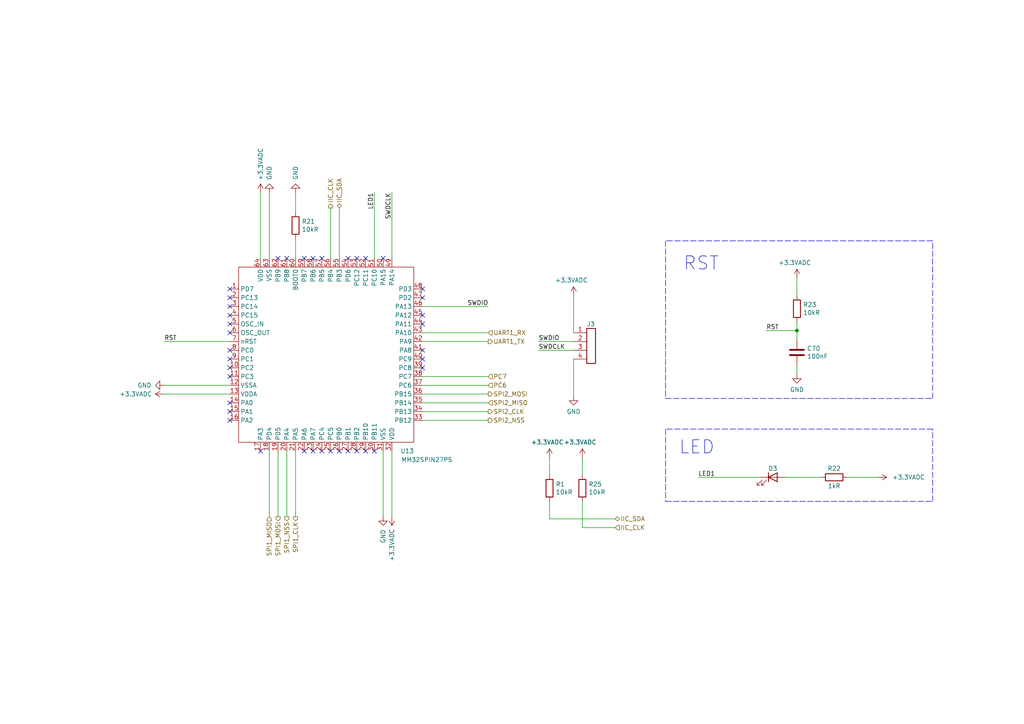
<source format=kicad_sch>
(kicad_sch (version 20211123) (generator eeschema)
  (paper "A4")
  (title_block (title "MM32 Control Board") (date "2022-04-17") (rev "1.5.3"))
  (lib_symbols
    (symbol "Connector_Generic:Conn_01x04" (pin_names (offset 1.016) hide)
      (property "Reference" "J" (at 1.27 11.43 0))
      (property "Value" "Conn_01x04" (at 1.27 -1.27 0))
      (symbol "Conn_01x04_1_1"
        (rectangle (start 0 10.16) (end 2.54 0) (stroke (width 0.254)))
        (pin passive line (at -3.81 8.89 0) (length 3.81) (name "Pin_1") (number "1"))
        (pin passive line (at -3.81 6.35 0) (length 3.81) (name "Pin_2") (number "2"))
        (pin passive line (at -3.81 3.81 0) (length 3.81) (name "Pin_3") (number "3"))
        (pin passive line (at -3.81 1.27 0) (length 3.81) (name "Pin_4") (number "4"))
      )
    )
    (symbol "Device:C" (pin_numbers hide) (pin_names (offset 0.254))
      (property "Reference" "C" (at 0.635 2.54 0))
      (property "Value" "C" (at 0.635 -2.54 0))
      (symbol "C_0_1"
        (polyline (pts (xy -2.032 -0.762) (xy 2.032 -0.762)) (stroke (width 0.508)))
        (polyline (pts (xy -2.032 0.762) (xy 2.032 0.762)) (stroke (width 0.508)))
      )
      (symbol "C_1_1"
        (pin passive line (at 0 3.81 270) (length 2.794) (name "~") (number "1"))
        (pin passive line (at 0 -3.81 90) (length 2.794) (name "~") (number "2"))
      )
    )
    (symbol "Device:LED" (pin_numbers hide) (pin_names (offset 1.016) hide)
      (property "Reference" "D" (at 0 2.54 0))
      (property "Value" "LED" (at 0 -2.54 0))
      (symbol "LED_0_1"
        (polyline (pts (xy -1.27 -1.27) (xy -1.27 1.27)) (stroke (width 0.254)))
        (polyline (pts (xy -1.27 0) (xy 1.27 0)))
        (polyline (pts (xy 1.27 -1.27) (xy 1.27 1.27) (xy -1.27 0) (xy 1.27 -1.27)) (stroke (width 0.254)))
        (polyline (pts (xy -3.048 -0.762) (xy -4.572 -2.286) (xy -3.81 -2.286) (xy -4.572 -2.286) (xy -4.572 -1.524)))
        (polyline (pts (xy -1.778 -0.762) (xy -3.302 -2.286) (xy -2.54 -2.286) (xy -3.302 -2.286) (xy -3.302 -1.524)))
      )
      (symbol "LED_1_1"
        (pin passive line (at -3.81 0 0) (length 2.54) (name "K") (number "1"))
        (pin passive line (at 3.81 0 180) (length 2.54) (name "A") (number "2"))
      )
    )
    (symbol "Device:R" (pin_numbers hide) (pin_names (offset 0))
      (property "Reference" "R" (at 2.032 0 90))
      (property "Value" "R" (at 0 0 90))
      (symbol "R_0_1"
        (rectangle (start -1.016 -2.54) (end 1.016 2.54) (stroke (width 0.254)))
      )
      (symbol "R_1_1"
        (pin passive line (at 0 3.81 270) (length 1.27) (name "~") (number "1"))
        (pin passive line (at 0 -3.81 90) (length 1.27) (name "~") (number "2"))
      )
    )
    (symbol "MM32_Periph:MM32SPIN27PS"
      (property "Reference" "U" (at 46.99 -1.27 0))
      (property "Value" "MM32SPIN27PS" (at 57.15 -1.27 0))
      (symbol "MM32SPIN27PS_0_1"
        (rectangle (start 0 50.8) (end 50.8 0))
      )
      (symbol "MM32SPIN27PS_1_1"
        (pin bidirectional line (at -2.54 44.45 0) (length 2.54) (name "PD7") (number "1"))
        (pin bidirectional line (at -2.54 21.59 0) (length 2.54) (name "PC2") (number "10"))
        (pin bidirectional line (at -2.54 19.05 0) (length 2.54) (name "PC3") (number "11"))
        (pin power_in line (at -2.54 16.51 0) (length 2.54) (name "VSSA") (number "12"))
        (pin power_in line (at -2.54 13.97 0) (length 2.54) (name "VDDA") (number "13"))
        (pin bidirectional line (at -2.54 11.43 0) (length 2.54) (name "PA0") (number "14"))
        (pin bidirectional line (at -2.54 8.89 0) (length 2.54) (name "PA1") (number "15"))
        (pin bidirectional line (at -2.54 6.35 0) (length 2.54) (name "PA2") (number "16"))
        (pin bidirectional line (at 6.35 -2.54 90) (length 2.54) (name "PA3") (number "17"))
        (pin bidirectional line (at 8.89 -2.54 90) (length 2.54) (name "PD4") (number "18"))
        (pin bidirectional line (at 11.43 -2.54 90) (length 2.54) (name "PD5") (number "19"))
        (pin bidirectional line (at -2.54 41.91 0) (length 2.54) (name "PC13") (number "2"))
        (pin bidirectional line (at 13.97 -2.54 90) (length 2.54) (name "PA4") (number "20"))
        (pin bidirectional line (at 16.51 -2.54 90) (length 2.54) (name "PA5") (number "21"))
        (pin bidirectional line (at 19.05 -2.54 90) (length 2.54) (name "PA6") (number "22"))
        (pin bidirectional line (at 21.59 -2.54 90) (length 2.54) (name "PA7") (number "23"))
        (pin bidirectional line (at 24.13 -2.54 90) (length 2.54) (name "PC4") (number "24"))
        (pin bidirectional line (at 26.67 -2.54 90) (length 2.54) (name "PC5") (number "25"))
        (pin bidirectional line (at 29.21 -2.54 90) (length 2.54) (name "PB0") (number "26"))
        (pin bidirectional line (at 31.75 -2.54 90) (length 2.54) (name "PB1") (number "27"))
        (pin bidirectional line (at 34.29 -2.54 90) (length 2.54) (name "PB2") (number "28"))
        (pin bidirectional line (at 36.83 -2.54 90) (length 2.54) (name "PB10") (number "29"))
        (pin bidirectional line (at -2.54 39.37 0) (length 2.54) (name "PC14") (number "3"))
        (pin bidirectional line (at 39.37 -2.54 90) (length 2.54) (name "PB11") (number "30"))
        (pin power_in line (at 41.91 -2.54 90) (length 2.54) (name "VSS") (number "31"))
        (pin power_in line (at 44.45 -2.54 90) (length 2.54) (name "VDD") (number "32"))
        (pin bidirectional line (at 53.34 6.35 180) (length 2.54) (name "PB12") (number "33"))
        (pin bidirectional line (at 53.34 8.89 180) (length 2.54) (name "PB13") (number "34"))
        (pin bidirectional line (at 53.34 11.43 180) (length 2.54) (name "PB14") (number "35"))
        (pin bidirectional line (at 53.34 13.97 180) (length 2.54) (name "PB15") (number "36"))
        (pin bidirectional line (at 53.34 16.51 180) (length 2.54) (name "PC6") (number "37"))
        (pin bidirectional line (at 53.34 19.05 180) (length 2.54) (name "PC7") (number "38"))
        (pin bidirectional line (at 53.34 21.59 180) (length 2.54) (name "PC8") (number "39"))
        (pin bidirectional line (at -2.54 36.83 0) (length 2.54) (name "PC15") (number "4"))
        (pin bidirectional line (at 53.34 24.13 180) (length 2.54) (name "PC9") (number "40"))
        (pin bidirectional line (at 53.34 26.67 180) (length 2.54) (name "PA8") (number "41"))
        (pin bidirectional line (at 53.34 29.21 180) (length 2.54) (name "PA9") (number "42"))
        (pin bidirectional line (at 53.34 31.75 180) (length 2.54) (name "PA10") (number "43"))
        (pin bidirectional line (at 53.34 34.29 180) (length 2.54) (name "PA11") (number "44"))
        (pin bidirectional line (at 53.34 36.83 180) (length 2.54) (name "PA12") (number "45"))
        (pin bidirectional line (at 53.34 39.37 180) (length 2.54) (name "PA13") (number "46"))
        (pin bidirectional line (at 53.34 41.91 180) (length 2.54) (name "PD2") (number "47"))
        (pin bidirectional line (at 53.34 44.45 180) (length 2.54) (name "PD3") (number "48"))
        (pin bidirectional line (at 44.45 53.34 270) (length 2.54) (name "PA14") (number "49"))
        (pin passive line (at -2.54 34.29 0) (length 2.54) (name "OSC_IN") (number "5"))
        (pin bidirectional line (at 41.91 53.34 270) (length 2.54) (name "PA15") (number "50"))
        (pin bidirectional line (at 39.37 53.34 270) (length 2.54) (name "PC10") (number "51"))
        (pin bidirectional line (at 36.83 53.34 270) (length 2.54) (name "PC11") (number "52"))
        (pin bidirectional line (at 34.29 53.34 270) (length 2.54) (name "PC12") (number "53"))
        (pin bidirectional line (at 31.75 53.34 270) (length 2.54) (name "PD6") (number "54"))
        (pin bidirectional line (at 29.21 53.34 270) (length 2.54) (name "PB3") (number "55"))
        (pin bidirectional line (at 26.67 53.34 270) (length 2.54) (name "PB4") (number "56"))
        (pin bidirectional line (at 24.13 53.34 270) (length 2.54) (name "PB5") (number "57"))
        (pin bidirectional line (at 21.59 53.34 270) (length 2.54) (name "PB6") (number "58"))
        (pin bidirectional line (at 19.05 53.34 270) (length 2.54) (name "PB7") (number "59"))
        (pin passive line (at -2.54 31.75 0) (length 2.54) (name "OSC_OUT") (number "6"))
        (pin input line (at 16.51 53.34 270) (length 2.54) (name "BOOT0") (number "60"))
        (pin bidirectional line (at 13.97 53.34 270) (length 2.54) (name "PB8") (number "61"))
        (pin bidirectional line (at 11.43 53.34 270) (length 2.54) (name "PB9") (number "62"))
        (pin power_in line (at 8.89 53.34 270) (length 2.54) (name "VSS") (number "63"))
        (pin power_in line (at 6.35 53.34 270) (length 2.54) (name "VDD") (number "64"))
        (pin output line (at -2.54 29.21 0) (length 2.54) (name "nRST") (number "7"))
        (pin bidirectional line (at -2.54 26.67 0) (length 2.54) (name "PC0") (number "8"))
        (pin bidirectional line (at -2.54 24.13 0) (length 2.54) (name "PC1") (number "9"))
      )
    )
    (symbol "power:+3.3VADC" (power) (pin_names (offset 0))
      (property "Value" "+3.3VADC" (at 0 2.54 0))
      (symbol "+3.3VADC_0_0"
        (pin power_in line (at 0 0 90) (length 0) hide (name "+3.3VADC") (number "1"))
      )
      (symbol "+3.3VADC_0_1"
        (polyline (pts (xy -0.762 1.27) (xy 0 2.54)))
        (polyline (pts (xy 0 0) (xy 0 2.54)))
        (polyline (pts (xy 0 2.54) (xy 0.762 1.27)))
      )
    )
    (symbol "power:GND" (power) (pin_names (offset 0))
      (property "Value" "GND" (at 0 -3.81 0))
      (symbol "GND_0_1"
        (polyline (pts (xy 0 0) (xy 0 -1.27) (xy 1.27 -1.27) (xy 0 -2.54) (xy -1.27 -1.27) (xy 0 -1.27)))
      )
      (symbol "GND_1_1"
        (pin power_in line (at 0 0 270) (length 0) hide (name "GND") (number "1"))
      )
    )
  )
  (junction (at 231.14 95.885))
  (no_connect (at 80.645 74.93))
  (no_connect (at 103.505 130.81))
  (no_connect (at 122.555 91.44))
  (no_connect (at 122.555 93.98))
  (no_connect (at 122.555 106.68))
  (no_connect (at 108.585 130.81))
  (no_connect (at 90.805 130.81))
  (no_connect (at 88.265 130.81))
  (no_connect (at 66.675 106.68))
  (no_connect (at 66.675 104.14))
  (no_connect (at 66.675 101.6))
  (no_connect (at 66.675 121.92))
  (no_connect (at 66.675 119.38))
  (no_connect (at 66.675 116.84))
  (no_connect (at 66.675 109.22))
  (no_connect (at 122.555 101.6))
  (no_connect (at 122.555 104.14))
  (no_connect (at 122.555 86.36))
  (no_connect (at 100.965 130.81))
  (no_connect (at 122.555 83.82))
  (no_connect (at 98.425 130.81))
  (no_connect (at 95.885 130.81))
  (no_connect (at 93.345 130.81))
  (no_connect (at 75.565 130.81))
  (no_connect (at 66.675 86.36))
  (no_connect (at 66.675 88.9))
  (no_connect (at 66.675 83.82))
  (no_connect (at 103.505 74.93))
  (no_connect (at 106.045 74.93))
  (no_connect (at 111.125 74.93))
  (no_connect (at 83.185 74.93))
  (no_connect (at 88.265 74.93))
  (no_connect (at 90.805 74.93))
  (no_connect (at 93.345 74.93))
  (no_connect (at 100.965 74.93))
  (no_connect (at 66.675 96.52))
  (no_connect (at 66.675 93.98))
  (no_connect (at 66.675 91.44))
  (no_connect (at 106.045 130.81))
  (wire (pts (xy 66.675 111.76) (xy 47.625 111.76)))
  (wire (pts (xy 245.745 138.43) (xy 254.635 138.43)))
  (wire (pts (xy 231.14 95.885) (xy 231.14 98.425)))
  (wire (pts (xy 78.105 74.93) (xy 78.105 55.88)))
  (wire (pts (xy 75.565 55.88) (xy 75.565 74.93)))
  (polyline (pts (xy 193.04 124.46) (xy 193.04 145.415)))
  (polyline (pts (xy 193.04 145.415) (xy 270.51 145.415)))
  (wire (pts (xy 85.725 130.81) (xy 85.725 149.86)))
  (wire (pts (xy 47.625 114.3) (xy 66.675 114.3)))
  (wire (pts (xy 122.555 96.52) (xy 141.605 96.52)))
  (wire (pts (xy 78.105 130.81) (xy 78.105 149.86)))
  (wire (pts (xy 85.725 69.215) (xy 85.725 74.93)))
  (wire (pts (xy 113.665 149.86) (xy 113.665 130.81)))
  (wire (pts (xy 231.14 106.045) (xy 231.14 108.585)))
  (wire (pts (xy 122.555 119.38) (xy 141.605 119.38)))
  (wire (pts (xy 166.37 104.14) (xy 166.37 114.935)))
  (wire (pts (xy 47.625 99.06) (xy 66.675 99.06)))
  (wire (pts (xy 227.965 138.43) (xy 238.125 138.43)))
  (wire (pts (xy 83.185 130.81) (xy 83.185 149.86)))
  (wire (pts (xy 108.585 55.88) (xy 108.585 74.93)))
  (wire (pts (xy 122.555 109.22) (xy 141.605 109.22)))
  (polyline (pts (xy 193.04 115.57) (xy 270.51 115.57)))
  (wire (pts (xy 231.14 80.645) (xy 231.14 85.725)))
  (wire (pts (xy 122.555 121.92) (xy 141.605 121.92)))
  (wire (pts (xy 156.21 101.6) (xy 166.37 101.6)))
  (wire (pts (xy 122.555 114.3) (xy 141.605 114.3)))
  (wire (pts (xy 111.125 130.81) (xy 111.125 149.86)))
  (polyline (pts (xy 270.51 124.46) (xy 193.04 124.46)))
  (polyline (pts (xy 193.04 69.85) (xy 193.04 115.57)))
  (wire (pts (xy 168.91 132.715) (xy 168.91 137.795)))
  (wire (pts (xy 80.645 130.81) (xy 80.645 149.86)))
  (polyline (pts (xy 270.51 115.57) (xy 270.51 69.85)))
  (wire (pts (xy 156.21 99.06) (xy 166.37 99.06)))
  (wire (pts (xy 122.555 116.84) (xy 141.605 116.84)))
  (wire (pts (xy 95.885 60.325) (xy 95.885 74.93)))
  (wire (pts (xy 222.25 95.885) (xy 231.14 95.885)))
  (wire (pts (xy 220.345 138.43) (xy 202.565 138.43)))
  (wire (pts (xy 159.385 150.495) (xy 159.385 145.415)))
  (polyline (pts (xy 270.51 145.415) (xy 270.51 124.46)))
  (polyline (pts (xy 270.51 69.85) (xy 193.04 69.85)))
  (wire (pts (xy 122.555 111.76) (xy 141.605 111.76)))
  (wire (pts (xy 122.555 88.9) (xy 141.605 88.9)))
  (wire (pts (xy 231.14 93.345) (xy 231.14 95.885)))
  (wire (pts (xy 166.37 85.725) (xy 166.37 96.52)))
  (wire (pts (xy 168.91 145.415) (xy 168.91 153.035)))
  (wire (pts (xy 98.425 60.325) (xy 98.425 74.93)))
  (wire (pts (xy 113.665 55.88) (xy 113.665 74.93)))
  (wire (pts (xy 85.725 55.88) (xy 85.725 61.595)))
  (wire (pts (xy 159.385 132.715) (xy 159.385 137.795)))
  (wire (pts (xy 122.555 99.06) (xy 141.605 99.06)))
  (wire (pts (xy 178.435 150.495) (xy 159.385 150.495)))
  (wire (pts (xy 168.91 153.035) (xy 178.435 153.035)))
  (text "LED" (at 196.85 132.08 0) (effects (font (size 3.81 3.81)) (justify left bottom)))
  (text "RST" (at 198.12 78.74 0) (effects (font (size 3.81 3.81)) (justify left bottom)))
  (label "LED1" (at 108.585 55.88 270))
  (label "SWDIO" (at 156.21 99.06 0))
  (label "RST" (at 47.625 99.06 0))
  (label "SWDCLK" (at 156.21 101.6 0))
  (label "LED1" (at 202.565 138.43 0))
  (label "SWDIO" (at 141.605 88.9 180))
  (label "RST" (at 222.25 95.885 0))
  (label "SWDCLK" (at 113.665 55.88 270))
  (hierarchical_label "SPI1_CLK" (shape output) (at 85.725 149.86 270))
  (hierarchical_label "IIC_SDA" (shape bidirectional) (at 178.435 150.495 0))
  (hierarchical_label "SPI2_NSS" (shape output) (at 141.605 121.92 0))
  (hierarchical_label "UART1_RX" (shape input) (at 141.605 96.52 0))
  (hierarchical_label "SPI2_MISO" (shape input) (at 141.605 116.84 0))
  (hierarchical_label "SPI2_CLK" (shape output) (at 141.605 119.38 0))
  (hierarchical_label "IIC_CLK" (shape input) (at 178.435 153.035 0))
  (hierarchical_label "SPI1_MOSI" (shape output) (at 80.645 149.86 270))
  (hierarchical_label "IIC_SDA" (shape bidirectional) (at 98.425 60.325 90))
  (hierarchical_label "UART1_TX" (shape output) (at 141.605 99.06 0))
  (hierarchical_label "PC6" (shape input) (at 141.605 111.76 0))
  (hierarchical_label "PC7" (shape input) (at 141.605 109.22 0))
  (hierarchical_label "IIC_CLK" (shape output) (at 95.885 60.325 90))
  (hierarchical_label "SPI1_NSS" (shape output) (at 83.185 149.86 270))
  (hierarchical_label "SPI1_MISO" (shape input) (at 78.105 149.86 270))
  (hierarchical_label "SPI2_MOSI" (shape output) (at 141.605 114.3 0))
  (symbol (lib_id "power:GND") (at 78.105 55.88 180) (unit 1)
    (property "Reference" "#PWR0199" (effects hide))
    (property "Value" "GND" (at 78.105 50.165 90))
  )
  (symbol (lib_id "power:+3.3VADC") (at 159.385 132.715 0) (unit 1)
    (property "Reference" "#PWR028" (effects hide))
    (property "Value" "+3.3VADC" (at 158.75 128.27 0))
  )
  (symbol (lib_id "power:GND") (at 231.14 108.585 0) (unit 1)
    (property "Reference" "#PWR0204" (effects hide))
    (property "Value" "GND" (at 231.14 113.03 0))
  )
  (symbol (lib_id "power:+3.3VADC") (at 254.635 138.43 270) (unit 1)
    (property "Reference" "#PWR0188" (effects hide))
    (property "Value" "+3.3VADC" (at 263.525 138.43 90))
  )
  (symbol (lib_id "power:+3.3VADC") (at 231.14 80.645 0) (unit 1)
    (property "Reference" "#PWR0189" (effects hide))
    (property "Value" "+3.3VADC" (at 230.505 76.2 0))
  )
  (symbol (lib_id "power:+3.3VADC") (at 75.565 55.88 0) (unit 1)
    (property "Reference" "#PWR0173" (effects hide))
    (property "Value" "+3.3VADC" (at 75.565 47.625 90))
  )
  (symbol (lib_id "Connector_Generic:Conn_01x04") (at 170.18 105.41 0) (unit 1)
    (property "Reference" "J3" (at 170.18 93.98 0) (effects (justify left)))
    (property "Value" "Conn_01x04" (effects hide))
    (property "Footprint" "ControlBoard:SWD_Connector" (effects hide))
  )
  (symbol (lib_id "power:+3.3VADC") (at 166.37 85.725 0) (unit 1)
    (property "Reference" "#PWR0178" (effects hide))
    (property "Value" "+3.3VADC" (at 165.735 81.28 0))
  )
  (symbol (lib_id "Device:R") (at 85.725 65.405 0) (unit 1)
    (property "Reference" "R21" (at 87.503 64.2366 0) (effects (justify left)))
    (property "Value" "10kR" (at 87.503 66.548 0) (effects (justify left)))
    (property "Footprint" "ControlBoard:R_0603_1608Metric" (effects hide))
  )
  (symbol (lib_id "power:+3.3VADC") (at 168.91 132.715 0) (unit 1)
    (property "Reference" "#PWR030" (effects hide))
    (property "Value" "+3.3VADC" (at 168.275 128.27 0))
  )
  (symbol (lib_id "power:GND") (at 47.625 111.76 270) (unit 1)
    (property "Reference" "#PWR0198" (effects hide))
    (property "Value" "GND" (at 41.91 111.76 90))
  )
  (symbol (lib_id "power:GND") (at 166.37 114.935 0) (unit 1)
    (property "Reference" "#PWR0197" (effects hide))
    (property "Value" "GND" (at 166.37 119.38 0))
  )
  (symbol (lib_id "Device:R") (at 241.935 138.43 270) (unit 1)
    (property "Reference" "R22" (at 241.935 135.89 90))
    (property "Value" "1kR" (at 241.935 140.97 90))
    (property "Footprint" "ControlBoard:R_0603_1608Metric" (effects hide))
  )
  (symbol (lib_id "Device:R") (at 168.91 141.605 0) (unit 1)
    (property "Reference" "R25" (at 170.688 140.4366 0) (effects (justify left)))
    (property "Value" "10kR" (at 170.688 142.748 0) (effects (justify left)))
    (property "Footprint" "ControlBoard:R_0603_1608Metric" (effects hide))
  )
  (symbol (lib_id "Device:R") (at 231.14 89.535 0) (unit 1)
    (property "Reference" "R23" (at 232.918 88.3666 0) (effects (justify left)))
    (property "Value" "10kR" (at 232.918 90.678 0) (effects (justify left)))
    (property "Footprint" "ControlBoard:R_0603_1608Metric" (effects hide))
  )
  (symbol (lib_id "power:+3.3VADC") (at 113.665 149.86 180) (unit 1)
    (property "Reference" "#PWR0177" (effects hide))
    (property "Value" "+3.3VADC" (at 113.665 158.115 90))
  )
  (symbol (lib_id "power:GND") (at 111.125 149.86 0) (unit 1)
    (property "Reference" "#PWR0205" (effects hide))
    (property "Value" "GND" (at 111.125 155.575 90))
  )
  (symbol (lib_id "power:+3.3VADC") (at 47.625 114.3 90) (unit 1)
    (property "Reference" "#PWR0172" (effects hide))
    (property "Value" "+3.3VADC" (at 39.37 114.3 90))
  )
  (symbol (lib_id "Device:R") (at 159.385 141.605 0) (unit 1)
    (property "Reference" "R1" (at 161.163 140.4366 0) (effects (justify left)))
    (property "Value" "10kR" (at 161.163 142.748 0) (effects (justify left)))
    (property "Footprint" "ControlBoard:R_0603_1608Metric" (effects hide))
  )
  (symbol (lib_id "Device:LED") (at 224.155 138.43 0) (unit 1)
    (property "Reference" "D3" (at 224.155 135.89 0))
    (property "Value" "LED" (effects hide))
    (property "Footprint" "ControlBoard:LED_0603_1608Metric" (effects hide))
  )
  (symbol (lib_id "Device:C") (at 231.14 102.235 0) (unit 1)
    (property "Reference" "C70" (at 234.061 101.0666 0) (effects (justify left)))
    (property "Value" "100nF" (at 234.061 103.378 0) (effects (justify left)))
    (property "Footprint" "ControlBoard:C_0603_1608Metric" (effects hide))
  )
  (symbol (lib_id "power:GND") (at 85.725 55.88 180) (unit 1)
    (property "Reference" "#PWR0200" (effects hide))
    (property "Value" "GND" (at 85.725 50.165 90))
  )
  (symbol (lib_id "MM32_Periph:MM32SPIN27PS") (at 69.215 128.27 0) (unit 1)
    (property "Reference" "U13" (at 118.11 130.81 0))
    (property "Value" "MM32SPIN27PS" (at 123.825 133.35 0))
    (property "Footprint" "ControlBoard:LQFP-64_10x10mm_P0.5mm" (effects hide))
  )
)
</source>
